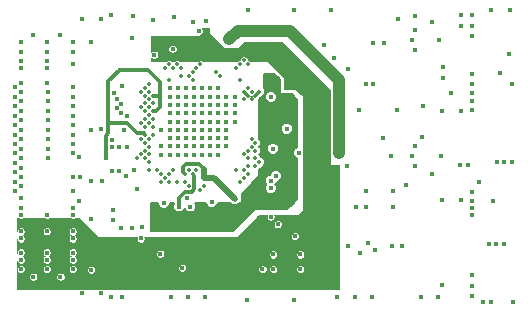
<source format=gbr>
G04 (created by PCBNEW (2013-07-07 BZR 4022)-stable) date 19/11/2015 00:50:24*
%MOIN*%
G04 Gerber Fmt 3.4, Leading zero omitted, Abs format*
%FSLAX34Y34*%
G01*
G70*
G90*
G04 APERTURE LIST*
%ADD10C,0.00590551*%
%ADD11C,0.015748*%
%ADD12C,0.0137795*%
%ADD13C,0.015748*%
%ADD14C,0.0393701*%
%ADD15C,0.019685*%
%ADD16C,0.011811*%
%ADD17C,0.00393701*%
%ADD18C,0.00787402*%
G04 APERTURE END LIST*
G54D10*
G54D11*
X69625Y-48818D03*
X68582Y-48681D03*
X67874Y-48779D03*
X69212Y-48858D03*
X71830Y-50669D03*
X71929Y-52165D03*
X71023Y-55196D03*
X71712Y-52027D03*
X72529Y-53759D03*
X68110Y-55629D03*
X67893Y-55629D03*
X70413Y-49409D03*
X74074Y-53208D03*
X63464Y-55511D03*
X64330Y-55511D03*
X65196Y-55511D03*
X68405Y-56240D03*
X73759Y-53897D03*
X71791Y-55984D03*
X73759Y-56062D03*
X68838Y-56240D03*
X69625Y-49153D03*
X71417Y-55374D03*
X67913Y-49724D03*
X72401Y-50964D03*
X73129Y-52814D03*
X75826Y-56299D03*
X78503Y-50570D03*
X78366Y-53602D03*
X77165Y-53917D03*
X76870Y-51653D03*
X77165Y-48838D03*
X65196Y-55826D03*
X64330Y-55826D03*
X63464Y-55826D03*
G54D12*
X70890Y-53264D03*
X69580Y-54313D03*
X70629Y-53789D03*
X68662Y-50249D03*
X67745Y-52216D03*
G54D11*
X63267Y-53858D03*
X63464Y-51496D03*
G54D12*
X67614Y-51036D03*
G54D11*
X63267Y-51338D03*
G54D12*
X67745Y-51167D03*
G54D11*
X63267Y-51023D03*
G54D12*
X67744Y-51691D03*
G54D11*
X63464Y-52125D03*
G54D12*
X67481Y-51691D03*
G54D11*
X65196Y-51023D03*
X66850Y-50984D03*
G54D12*
X67614Y-51298D03*
G54D11*
X63267Y-51653D03*
X63464Y-51811D03*
G54D12*
X67745Y-51429D03*
G54D11*
X63464Y-51181D03*
G54D12*
X67876Y-51560D03*
G54D11*
X66574Y-51200D03*
X64370Y-51181D03*
X65196Y-51338D03*
X66653Y-51417D03*
G54D12*
X67614Y-51560D03*
G54D11*
X63267Y-51968D03*
X66811Y-51574D03*
X64370Y-51496D03*
X63267Y-53228D03*
G54D12*
X67745Y-53527D03*
G54D11*
X64370Y-53385D03*
G54D12*
X67614Y-53396D03*
G54D11*
X63267Y-52283D03*
G54D12*
X67745Y-52740D03*
G54D11*
X63464Y-52440D03*
G54D12*
X67483Y-52740D03*
X67744Y-53264D03*
G54D11*
X63464Y-53385D03*
G54D12*
X67481Y-53264D03*
G54D11*
X65196Y-53228D03*
X63267Y-52913D03*
G54D12*
X67614Y-53133D03*
G54D11*
X63464Y-53070D03*
X66751Y-53799D03*
X63464Y-52755D03*
G54D12*
X67745Y-53002D03*
G54D11*
X66988Y-53031D03*
X64370Y-53070D03*
X63267Y-52598D03*
G54D12*
X67614Y-52871D03*
G54D11*
X65196Y-52913D03*
X66751Y-53031D03*
X66988Y-51988D03*
X65196Y-51968D03*
X66515Y-52795D03*
X65196Y-52598D03*
X66811Y-51889D03*
X64370Y-51811D03*
X64370Y-52440D03*
G54D12*
X67876Y-52609D03*
G54D11*
X63464Y-54330D03*
X67500Y-55688D03*
X65393Y-54803D03*
X67165Y-55728D03*
X66811Y-55728D03*
X63267Y-54488D03*
X63267Y-54173D03*
X66535Y-55118D03*
X75039Y-56220D03*
X75255Y-56437D03*
X76181Y-56299D03*
X74763Y-56555D03*
X78503Y-51771D03*
X78503Y-51220D03*
X78503Y-51496D03*
X78503Y-50925D03*
X78720Y-54192D03*
X78090Y-53602D03*
X78503Y-54527D03*
X76003Y-51791D03*
X73562Y-49625D03*
X73917Y-50059D03*
X74370Y-50413D03*
X75570Y-49547D03*
X75216Y-49547D03*
X76023Y-48759D03*
X71515Y-57086D03*
X71870Y-57086D03*
X72775Y-57086D03*
X71870Y-56594D03*
X72775Y-56594D03*
X74960Y-54488D03*
X75885Y-54488D03*
X75885Y-55000D03*
X74960Y-55000D03*
X74625Y-55000D03*
X64783Y-57342D03*
X64330Y-50866D03*
X63877Y-57342D03*
X63464Y-56062D03*
X65196Y-55275D03*
X65196Y-56535D03*
X64330Y-56535D03*
X63464Y-56535D03*
X63464Y-57086D03*
X63464Y-56771D03*
X64330Y-57086D03*
X64330Y-56771D03*
X65196Y-56771D03*
X65196Y-57086D03*
X65196Y-56062D03*
X65196Y-55039D03*
X63464Y-55275D03*
X63464Y-55039D03*
X63464Y-54724D03*
X63464Y-50866D03*
X64330Y-50393D03*
X63464Y-50393D03*
X64783Y-49271D03*
X63877Y-49271D03*
X64330Y-50157D03*
X63464Y-50157D03*
X65196Y-49842D03*
X63464Y-49842D03*
X64330Y-49842D03*
X63464Y-49527D03*
X64330Y-49527D03*
X65196Y-49527D03*
X67460Y-56062D03*
X66141Y-52421D03*
X71791Y-55334D03*
X66122Y-57874D03*
X65492Y-57874D03*
X66830Y-58011D03*
X66456Y-58011D03*
X69606Y-58011D03*
X68464Y-58011D03*
X69035Y-58011D03*
X72578Y-58129D03*
X71003Y-58129D03*
X75157Y-58011D03*
X74015Y-58011D03*
X74586Y-58011D03*
X77500Y-57598D03*
X76791Y-58011D03*
X77362Y-58011D03*
X77500Y-54783D03*
X78129Y-54783D03*
X77814Y-51200D03*
X78129Y-51830D03*
X77500Y-51830D03*
X78129Y-48976D03*
X78129Y-48622D03*
X73818Y-48464D03*
X72578Y-48464D03*
X71043Y-48464D03*
X66456Y-48602D03*
X65492Y-48740D03*
X66122Y-48740D03*
X78503Y-49330D03*
X78503Y-48622D03*
X79133Y-48444D03*
X79763Y-48444D03*
X78503Y-48976D03*
X79330Y-53503D03*
X79842Y-50905D03*
X79448Y-50551D03*
X79192Y-54803D03*
X78503Y-54803D03*
X78503Y-55295D03*
X78503Y-55039D03*
X79566Y-56259D03*
X78503Y-57283D03*
X78503Y-57992D03*
X79881Y-58188D03*
X78858Y-58188D03*
X79133Y-58188D03*
X78503Y-57637D03*
X68838Y-57047D03*
X72598Y-55984D03*
X77539Y-50708D03*
X76850Y-52696D03*
X76318Y-54291D03*
X75807Y-53307D03*
X76614Y-52972D03*
X76614Y-53641D03*
X76515Y-53307D03*
X77539Y-50354D03*
X76614Y-49783D03*
X76614Y-48641D03*
X76515Y-49448D03*
X76614Y-49114D03*
X66535Y-55433D03*
X65807Y-49507D03*
X65807Y-57106D03*
X65807Y-55413D03*
X65807Y-54153D03*
X65807Y-52460D03*
X66515Y-53799D03*
X66181Y-54153D03*
X74350Y-53641D03*
X74360Y-56328D03*
X75531Y-52716D03*
X74980Y-50925D03*
X74724Y-51791D03*
X75216Y-50925D03*
X67185Y-49389D03*
X69389Y-49153D03*
X68523Y-49744D03*
X67204Y-48661D03*
G54D12*
X69974Y-50511D03*
G54D11*
X69763Y-51062D03*
X69763Y-51338D03*
X69488Y-51338D03*
X70039Y-51062D03*
X70314Y-51614D03*
X70314Y-52165D03*
X70039Y-52716D03*
X70314Y-52992D03*
X70039Y-52992D03*
X69763Y-52992D03*
X69232Y-52992D03*
X68700Y-52992D03*
X68149Y-52992D03*
X68700Y-52165D03*
X68425Y-51062D03*
X68700Y-51614D03*
X68700Y-51338D03*
X68700Y-51062D03*
X69232Y-51062D03*
X68956Y-51062D03*
X69488Y-51062D03*
X68956Y-51338D03*
X69232Y-51338D03*
X68425Y-51338D03*
X70039Y-51338D03*
X70314Y-51338D03*
X70590Y-51338D03*
X70590Y-51614D03*
X70039Y-51614D03*
X69763Y-51614D03*
X68425Y-51614D03*
X69232Y-51614D03*
X68956Y-51614D03*
X69488Y-51614D03*
X69488Y-52165D03*
X68956Y-52165D03*
X69232Y-52165D03*
X68425Y-52165D03*
X69763Y-52165D03*
X70039Y-52165D03*
X70590Y-52165D03*
X70590Y-51889D03*
X70314Y-51889D03*
X70039Y-51889D03*
X69763Y-51889D03*
X68425Y-51889D03*
X68700Y-51889D03*
X69232Y-51889D03*
X68956Y-51889D03*
X69488Y-51889D03*
X69488Y-52992D03*
X68956Y-52992D03*
X68425Y-52992D03*
X70039Y-53267D03*
X69763Y-53267D03*
X68149Y-53267D03*
X68425Y-53267D03*
X68700Y-53267D03*
X69232Y-53267D03*
X68956Y-53267D03*
X69488Y-53267D03*
X69488Y-52716D03*
X68956Y-52716D03*
X69232Y-52716D03*
X68700Y-52716D03*
X68425Y-52716D03*
X69763Y-52716D03*
X70314Y-52716D03*
X70314Y-52440D03*
X70039Y-52440D03*
X69763Y-52440D03*
X68149Y-52440D03*
X68425Y-52440D03*
X68700Y-52440D03*
X69232Y-52440D03*
X68956Y-52440D03*
X69488Y-52440D03*
X72322Y-52401D03*
X71811Y-51338D03*
G54D12*
X70760Y-54182D03*
G54D11*
X71791Y-54133D03*
G54D12*
X70891Y-53789D03*
G54D11*
X68228Y-54881D03*
G54D12*
X68662Y-54182D03*
X69056Y-54313D03*
G54D11*
X71968Y-53976D03*
X69015Y-54724D03*
X69114Y-55000D03*
X69822Y-54842D03*
X71870Y-53070D03*
G54D12*
X71416Y-53527D03*
X71285Y-53133D03*
X71285Y-52871D03*
X70760Y-50774D03*
X70105Y-50642D03*
X69187Y-50774D03*
X69056Y-50642D03*
X68792Y-50380D03*
X68400Y-50249D03*
G54D11*
X67913Y-49940D03*
G54D12*
X68400Y-53920D03*
X67351Y-53396D03*
X67483Y-51167D03*
X67614Y-51822D03*
X67876Y-52085D03*
G54D11*
X67224Y-53779D03*
G54D12*
X67745Y-51953D03*
G54D11*
X64330Y-55275D03*
X77401Y-49448D03*
X65196Y-54015D03*
X77460Y-53307D03*
X65452Y-54015D03*
X63464Y-53700D03*
X66653Y-51712D03*
X65196Y-51653D03*
X66515Y-53031D03*
X64370Y-52755D03*
G54D12*
X71022Y-50249D03*
G54D11*
X79724Y-49921D03*
G54D12*
X70760Y-50249D03*
X70628Y-50380D03*
X70891Y-50118D03*
X69187Y-50511D03*
X71153Y-51429D03*
X69449Y-54444D03*
X69317Y-50380D03*
X69449Y-50249D03*
X68268Y-50380D03*
X68794Y-50642D03*
G54D11*
X70590Y-54744D03*
G54D12*
X68925Y-53920D03*
X69579Y-54051D03*
X68925Y-54182D03*
G54D11*
X72027Y-55590D03*
G54D12*
X71416Y-51167D03*
X70891Y-51167D03*
X68400Y-50774D03*
X70890Y-54051D03*
X69187Y-53920D03*
G54D11*
X68740Y-55000D03*
X68110Y-56574D03*
G54D12*
X69056Y-53789D03*
G54D11*
X66889Y-52460D03*
X66968Y-53996D03*
G54D12*
X67744Y-50905D03*
X67614Y-52085D03*
X71153Y-51167D03*
X70891Y-51429D03*
X71022Y-51036D03*
X71022Y-53658D03*
X68531Y-53789D03*
X68400Y-54182D03*
X67614Y-52609D03*
G54D11*
X66299Y-53366D03*
X66771Y-50433D03*
G54D12*
X67876Y-51298D03*
X67876Y-51822D03*
X71153Y-52740D03*
X71022Y-53396D03*
X71285Y-53658D03*
X71153Y-53002D03*
X71285Y-53396D03*
G54D11*
X72736Y-53208D03*
G54D12*
X71022Y-53133D03*
X68007Y-53789D03*
X67745Y-53789D03*
G54D11*
X79822Y-53503D03*
G54D12*
X68268Y-54051D03*
G54D11*
X79055Y-56259D03*
X79566Y-53503D03*
G54D12*
X68138Y-54182D03*
G54D11*
X79311Y-56259D03*
X71791Y-54389D03*
G54D12*
X69318Y-53789D03*
G54D11*
X63464Y-54015D03*
G54D12*
X68138Y-53920D03*
X68530Y-50380D03*
G54D11*
X65196Y-50236D03*
X65413Y-53346D03*
G54D12*
X67483Y-52216D03*
G54D11*
X64370Y-52125D03*
G54D12*
X67614Y-52347D03*
G54D11*
X65196Y-52283D03*
X65196Y-54488D03*
G54D12*
X71022Y-53920D03*
G54D11*
X63267Y-53543D03*
X67342Y-54409D03*
G54D12*
X67876Y-52347D03*
G54D13*
X71929Y-52500D02*
X71929Y-51633D01*
X71830Y-51023D02*
X71830Y-50669D01*
X72047Y-51240D02*
X71830Y-51023D01*
X72047Y-51515D02*
X72047Y-51240D01*
X71929Y-51633D02*
X72047Y-51515D01*
G54D14*
X67992Y-55629D02*
X68110Y-55629D01*
G54D13*
X71830Y-50964D02*
X71830Y-50669D01*
X72529Y-53759D02*
X72529Y-53356D01*
X71929Y-52755D02*
X71929Y-52500D01*
X71929Y-52500D02*
X71929Y-52165D01*
X72529Y-53356D02*
X71929Y-52755D01*
X71023Y-55196D02*
X71338Y-54881D01*
X72529Y-54498D02*
X72529Y-53759D01*
X72145Y-54881D02*
X72529Y-54498D01*
X71338Y-54881D02*
X72145Y-54881D01*
G54D15*
X71023Y-55196D02*
X70590Y-55196D01*
G54D14*
X70590Y-55196D02*
X70157Y-55629D01*
X70157Y-55629D02*
X68110Y-55629D01*
X70688Y-49133D02*
X70413Y-49409D01*
X74074Y-50787D02*
X74074Y-53208D01*
X72421Y-49133D02*
X74074Y-50787D01*
X70688Y-49133D02*
X72421Y-49133D01*
G54D13*
X68011Y-56240D02*
X68405Y-56240D01*
X68011Y-56240D02*
X67913Y-56338D01*
X67913Y-56338D02*
X66220Y-56338D01*
X66220Y-56338D02*
X66122Y-56240D01*
X65393Y-55511D02*
X65196Y-55511D01*
X66122Y-56240D02*
X65393Y-55511D01*
X68838Y-56240D02*
X68405Y-56240D01*
X73129Y-52814D02*
X73129Y-53267D01*
X73129Y-53267D02*
X73759Y-53897D01*
X73759Y-56062D02*
X73759Y-53897D01*
X71791Y-55984D02*
X71791Y-56259D01*
X73759Y-56062D02*
X73562Y-56259D01*
X73562Y-56259D02*
X71791Y-56259D01*
X71791Y-56259D02*
X69035Y-56259D01*
X69035Y-56259D02*
X68858Y-56259D01*
X68858Y-56259D02*
X68838Y-56240D01*
X73129Y-52814D02*
X73129Y-52677D01*
X72972Y-52519D02*
X72972Y-51240D01*
X73129Y-52677D02*
X72972Y-52519D01*
X69625Y-49153D02*
X69625Y-49271D01*
X69625Y-49271D02*
X69429Y-49468D01*
X70472Y-49862D02*
X69822Y-49862D01*
X68169Y-49468D02*
X67913Y-49724D01*
X69429Y-49468D02*
X68169Y-49468D01*
X69822Y-49862D02*
X69429Y-49468D01*
X72401Y-50964D02*
X72401Y-50511D01*
X71751Y-49862D02*
X70472Y-49862D01*
X70472Y-49862D02*
X70118Y-49862D01*
X72401Y-50511D02*
X71751Y-49862D01*
X72696Y-50964D02*
X72401Y-50964D01*
X72972Y-51240D02*
X72696Y-50964D01*
G54D16*
X68956Y-53582D02*
X69409Y-53582D01*
X68858Y-53681D02*
X68956Y-53582D01*
X68858Y-53858D02*
X68858Y-53681D01*
X68925Y-53920D02*
X68920Y-53920D01*
G54D15*
X69579Y-53752D02*
X69579Y-54051D01*
G54D16*
X69409Y-53582D02*
X69579Y-53752D01*
X68920Y-53920D02*
X68858Y-53858D01*
G54D15*
X69579Y-54051D02*
X69898Y-54051D01*
X69898Y-54051D02*
X70590Y-54744D01*
G54D16*
X70891Y-51167D02*
X71023Y-51299D01*
X71284Y-51299D02*
X71416Y-51167D01*
G54D17*
X71023Y-51299D02*
X71284Y-51299D01*
G54D16*
X68740Y-55000D02*
X68740Y-54704D01*
X69251Y-53985D02*
X69187Y-53920D01*
X69251Y-54409D02*
X69251Y-53985D01*
X69153Y-54507D02*
X69251Y-54409D01*
X68937Y-54507D02*
X69153Y-54507D01*
X68740Y-54704D02*
X68937Y-54507D01*
X66614Y-52224D02*
X66377Y-52224D01*
X67614Y-52609D02*
X67563Y-52559D01*
X67007Y-52224D02*
X66614Y-52224D01*
X67342Y-52559D02*
X67007Y-52224D01*
X67563Y-52559D02*
X67342Y-52559D01*
X66377Y-52224D02*
X66377Y-52204D01*
X66377Y-51732D02*
X66377Y-52204D01*
X66377Y-52204D02*
X66377Y-52559D01*
X66299Y-53366D02*
X66299Y-52637D01*
X66377Y-52559D02*
X66299Y-52637D01*
X66377Y-51318D02*
X66377Y-51496D01*
X66377Y-51496D02*
X66377Y-51732D01*
X66377Y-51732D02*
X66377Y-51968D01*
X66368Y-51978D02*
X66377Y-51968D01*
X66771Y-50433D02*
X67696Y-50433D01*
X67696Y-50433D02*
X68110Y-50846D01*
X66377Y-51318D02*
X66377Y-50826D01*
X66377Y-50826D02*
X66771Y-50433D01*
X66377Y-51023D02*
X66377Y-51318D01*
X68110Y-51299D02*
X68110Y-50846D01*
X67876Y-51298D02*
X68110Y-51298D01*
X68110Y-51298D02*
X68110Y-51299D01*
X68110Y-51673D02*
X68110Y-51299D01*
X67960Y-51822D02*
X68110Y-51673D01*
X67876Y-51822D02*
X67960Y-51822D01*
G54D10*
G36*
X74074Y-57736D02*
X72913Y-57736D01*
X72913Y-57059D01*
X72913Y-56567D01*
X72892Y-56516D01*
X72853Y-56477D01*
X72803Y-56456D01*
X72748Y-56456D01*
X72736Y-56461D01*
X72736Y-55956D01*
X72715Y-55906D01*
X72676Y-55867D01*
X72625Y-55846D01*
X72571Y-55846D01*
X72520Y-55867D01*
X72481Y-55906D01*
X72460Y-55956D01*
X72460Y-56011D01*
X72481Y-56062D01*
X72520Y-56101D01*
X72570Y-56122D01*
X72625Y-56122D01*
X72676Y-56101D01*
X72715Y-56062D01*
X72736Y-56011D01*
X72736Y-55956D01*
X72736Y-56461D01*
X72697Y-56477D01*
X72658Y-56516D01*
X72637Y-56566D01*
X72637Y-56621D01*
X72658Y-56672D01*
X72697Y-56711D01*
X72748Y-56732D01*
X72802Y-56732D01*
X72853Y-56711D01*
X72892Y-56672D01*
X72913Y-56622D01*
X72913Y-56567D01*
X72913Y-57059D01*
X72892Y-57008D01*
X72853Y-56969D01*
X72803Y-56948D01*
X72748Y-56948D01*
X72697Y-56969D01*
X72658Y-57008D01*
X72637Y-57059D01*
X72637Y-57113D01*
X72658Y-57164D01*
X72697Y-57203D01*
X72748Y-57224D01*
X72802Y-57224D01*
X72853Y-57203D01*
X72892Y-57164D01*
X72913Y-57114D01*
X72913Y-57059D01*
X72913Y-57736D01*
X72165Y-57736D01*
X72165Y-55563D01*
X72144Y-55512D01*
X72105Y-55473D01*
X72055Y-55452D01*
X72000Y-55452D01*
X71949Y-55473D01*
X71910Y-55512D01*
X71889Y-55563D01*
X71889Y-55617D01*
X71910Y-55668D01*
X71949Y-55707D01*
X72000Y-55728D01*
X72054Y-55728D01*
X72105Y-55707D01*
X72144Y-55668D01*
X72165Y-55618D01*
X72165Y-55563D01*
X72165Y-57736D01*
X72007Y-57736D01*
X72007Y-57059D01*
X72007Y-56567D01*
X71986Y-56516D01*
X71948Y-56477D01*
X71897Y-56456D01*
X71842Y-56456D01*
X71792Y-56477D01*
X71753Y-56516D01*
X71732Y-56566D01*
X71732Y-56621D01*
X71753Y-56672D01*
X71791Y-56711D01*
X71842Y-56732D01*
X71897Y-56732D01*
X71948Y-56711D01*
X71986Y-56672D01*
X72007Y-56622D01*
X72007Y-56567D01*
X72007Y-57059D01*
X71986Y-57008D01*
X71948Y-56969D01*
X71897Y-56948D01*
X71842Y-56948D01*
X71792Y-56969D01*
X71753Y-57008D01*
X71732Y-57059D01*
X71732Y-57113D01*
X71753Y-57164D01*
X71791Y-57203D01*
X71842Y-57224D01*
X71897Y-57224D01*
X71948Y-57203D01*
X71986Y-57164D01*
X72007Y-57114D01*
X72007Y-57059D01*
X72007Y-57736D01*
X71653Y-57736D01*
X71653Y-57059D01*
X71632Y-57008D01*
X71593Y-56969D01*
X71543Y-56948D01*
X71488Y-56948D01*
X71437Y-56969D01*
X71398Y-57008D01*
X71377Y-57059D01*
X71377Y-57113D01*
X71398Y-57164D01*
X71437Y-57203D01*
X71488Y-57224D01*
X71543Y-57224D01*
X71593Y-57203D01*
X71632Y-57164D01*
X71653Y-57114D01*
X71653Y-57059D01*
X71653Y-57736D01*
X68976Y-57736D01*
X68976Y-57019D01*
X68955Y-56969D01*
X68916Y-56930D01*
X68866Y-56909D01*
X68811Y-56909D01*
X68760Y-56930D01*
X68721Y-56969D01*
X68700Y-57019D01*
X68700Y-57074D01*
X68721Y-57125D01*
X68760Y-57163D01*
X68811Y-57185D01*
X68865Y-57185D01*
X68916Y-57164D01*
X68955Y-57125D01*
X68976Y-57074D01*
X68976Y-57019D01*
X68976Y-57736D01*
X68248Y-57736D01*
X68248Y-56547D01*
X68227Y-56496D01*
X68188Y-56458D01*
X68137Y-56437D01*
X68082Y-56436D01*
X68032Y-56457D01*
X67993Y-56496D01*
X67972Y-56547D01*
X67972Y-56602D01*
X67993Y-56652D01*
X68032Y-56691D01*
X68082Y-56712D01*
X68137Y-56712D01*
X68188Y-56691D01*
X68226Y-56652D01*
X68248Y-56602D01*
X68248Y-56547D01*
X68248Y-57736D01*
X66122Y-57736D01*
X66094Y-57736D01*
X66094Y-57736D01*
X65944Y-57736D01*
X65944Y-57079D01*
X65923Y-57028D01*
X65885Y-56989D01*
X65834Y-56968D01*
X65779Y-56968D01*
X65729Y-56989D01*
X65690Y-57028D01*
X65669Y-57078D01*
X65669Y-57133D01*
X65690Y-57184D01*
X65728Y-57223D01*
X65779Y-57244D01*
X65834Y-57244D01*
X65885Y-57223D01*
X65923Y-57184D01*
X65944Y-57133D01*
X65944Y-57079D01*
X65944Y-57736D01*
X65492Y-57736D01*
X65464Y-57736D01*
X65464Y-57736D01*
X65334Y-57736D01*
X65334Y-57059D01*
X65334Y-56744D01*
X65313Y-56693D01*
X65275Y-56654D01*
X65271Y-56653D01*
X65274Y-56652D01*
X65313Y-56613D01*
X65334Y-56562D01*
X65334Y-56508D01*
X65334Y-56035D01*
X65313Y-55985D01*
X65275Y-55946D01*
X65271Y-55944D01*
X65274Y-55943D01*
X65313Y-55904D01*
X65334Y-55854D01*
X65334Y-55799D01*
X65313Y-55748D01*
X65275Y-55710D01*
X65224Y-55689D01*
X65169Y-55688D01*
X65118Y-55709D01*
X65080Y-55748D01*
X65059Y-55799D01*
X65059Y-55854D01*
X65079Y-55904D01*
X65118Y-55943D01*
X65121Y-55944D01*
X65118Y-55946D01*
X65080Y-55984D01*
X65059Y-56035D01*
X65059Y-56090D01*
X65079Y-56140D01*
X65118Y-56179D01*
X65169Y-56200D01*
X65224Y-56200D01*
X65274Y-56179D01*
X65313Y-56141D01*
X65334Y-56090D01*
X65334Y-56035D01*
X65334Y-56508D01*
X65313Y-56457D01*
X65275Y-56418D01*
X65224Y-56397D01*
X65169Y-56397D01*
X65118Y-56418D01*
X65080Y-56457D01*
X65059Y-56507D01*
X65059Y-56562D01*
X65079Y-56613D01*
X65118Y-56652D01*
X65121Y-56653D01*
X65118Y-56654D01*
X65080Y-56693D01*
X65059Y-56744D01*
X65059Y-56798D01*
X65079Y-56849D01*
X65118Y-56888D01*
X65169Y-56909D01*
X65224Y-56909D01*
X65274Y-56888D01*
X65313Y-56849D01*
X65334Y-56799D01*
X65334Y-56744D01*
X65334Y-57059D01*
X65313Y-57008D01*
X65275Y-56969D01*
X65224Y-56948D01*
X65169Y-56948D01*
X65118Y-56969D01*
X65080Y-57008D01*
X65059Y-57059D01*
X65059Y-57113D01*
X65079Y-57164D01*
X65118Y-57203D01*
X65169Y-57224D01*
X65224Y-57224D01*
X65274Y-57203D01*
X65313Y-57164D01*
X65334Y-57114D01*
X65334Y-57059D01*
X65334Y-57736D01*
X64921Y-57736D01*
X64921Y-57315D01*
X64900Y-57264D01*
X64861Y-57225D01*
X64810Y-57204D01*
X64756Y-57204D01*
X64705Y-57225D01*
X64666Y-57264D01*
X64645Y-57314D01*
X64645Y-57369D01*
X64666Y-57420D01*
X64705Y-57459D01*
X64755Y-57480D01*
X64810Y-57480D01*
X64861Y-57459D01*
X64900Y-57420D01*
X64921Y-57370D01*
X64921Y-57315D01*
X64921Y-57736D01*
X64468Y-57736D01*
X64468Y-57059D01*
X64468Y-56744D01*
X64447Y-56693D01*
X64408Y-56654D01*
X64405Y-56653D01*
X64408Y-56652D01*
X64447Y-56613D01*
X64468Y-56562D01*
X64468Y-56508D01*
X64468Y-55799D01*
X64447Y-55748D01*
X64408Y-55710D01*
X64358Y-55689D01*
X64303Y-55688D01*
X64252Y-55709D01*
X64213Y-55748D01*
X64192Y-55799D01*
X64192Y-55854D01*
X64213Y-55904D01*
X64252Y-55943D01*
X64303Y-55964D01*
X64357Y-55964D01*
X64408Y-55943D01*
X64447Y-55904D01*
X64468Y-55854D01*
X64468Y-55799D01*
X64468Y-56508D01*
X64447Y-56457D01*
X64408Y-56418D01*
X64358Y-56397D01*
X64303Y-56397D01*
X64252Y-56418D01*
X64213Y-56457D01*
X64192Y-56507D01*
X64192Y-56562D01*
X64213Y-56613D01*
X64252Y-56652D01*
X64255Y-56653D01*
X64252Y-56654D01*
X64213Y-56693D01*
X64192Y-56744D01*
X64192Y-56798D01*
X64213Y-56849D01*
X64252Y-56888D01*
X64303Y-56909D01*
X64357Y-56909D01*
X64408Y-56888D01*
X64447Y-56849D01*
X64468Y-56799D01*
X64468Y-56744D01*
X64468Y-57059D01*
X64447Y-57008D01*
X64408Y-56969D01*
X64358Y-56948D01*
X64303Y-56948D01*
X64252Y-56969D01*
X64213Y-57008D01*
X64192Y-57059D01*
X64192Y-57113D01*
X64213Y-57164D01*
X64252Y-57203D01*
X64303Y-57224D01*
X64357Y-57224D01*
X64408Y-57203D01*
X64447Y-57164D01*
X64468Y-57114D01*
X64468Y-57059D01*
X64468Y-57736D01*
X64015Y-57736D01*
X64015Y-57315D01*
X63994Y-57264D01*
X63956Y-57225D01*
X63905Y-57204D01*
X63850Y-57204D01*
X63800Y-57225D01*
X63761Y-57264D01*
X63740Y-57314D01*
X63740Y-57369D01*
X63761Y-57420D01*
X63799Y-57459D01*
X63850Y-57480D01*
X63905Y-57480D01*
X63955Y-57459D01*
X63994Y-57420D01*
X64015Y-57370D01*
X64015Y-57315D01*
X64015Y-57736D01*
X63326Y-57736D01*
X63326Y-57113D01*
X63347Y-57164D01*
X63386Y-57203D01*
X63437Y-57224D01*
X63491Y-57224D01*
X63542Y-57203D01*
X63581Y-57164D01*
X63602Y-57114D01*
X63602Y-57059D01*
X63581Y-57008D01*
X63542Y-56969D01*
X63492Y-56948D01*
X63437Y-56948D01*
X63386Y-56969D01*
X63347Y-57008D01*
X63326Y-57059D01*
X63326Y-57086D01*
X63326Y-56799D01*
X63347Y-56849D01*
X63386Y-56888D01*
X63437Y-56909D01*
X63491Y-56909D01*
X63542Y-56888D01*
X63581Y-56849D01*
X63602Y-56799D01*
X63602Y-56744D01*
X63581Y-56693D01*
X63542Y-56654D01*
X63539Y-56653D01*
X63542Y-56652D01*
X63581Y-56613D01*
X63602Y-56562D01*
X63602Y-56508D01*
X63581Y-56457D01*
X63542Y-56418D01*
X63492Y-56397D01*
X63437Y-56397D01*
X63386Y-56418D01*
X63347Y-56457D01*
X63326Y-56507D01*
X63326Y-56535D01*
X63326Y-56090D01*
X63347Y-56140D01*
X63386Y-56179D01*
X63437Y-56200D01*
X63491Y-56200D01*
X63542Y-56179D01*
X63581Y-56141D01*
X63602Y-56090D01*
X63602Y-56035D01*
X63581Y-55985D01*
X63542Y-55946D01*
X63539Y-55944D01*
X63542Y-55943D01*
X63581Y-55904D01*
X63602Y-55854D01*
X63602Y-55799D01*
X63581Y-55748D01*
X63542Y-55710D01*
X63492Y-55689D01*
X63437Y-55688D01*
X63386Y-55709D01*
X63347Y-55748D01*
X63326Y-55799D01*
X63326Y-55826D01*
X63326Y-55374D01*
X63368Y-55374D01*
X63386Y-55392D01*
X63437Y-55413D01*
X63491Y-55413D01*
X63542Y-55392D01*
X63561Y-55374D01*
X64234Y-55374D01*
X64252Y-55392D01*
X64303Y-55413D01*
X64357Y-55413D01*
X64408Y-55392D01*
X64427Y-55374D01*
X65100Y-55374D01*
X65118Y-55392D01*
X65169Y-55413D01*
X65224Y-55413D01*
X65274Y-55392D01*
X65293Y-55374D01*
X65405Y-55374D01*
X66035Y-56003D01*
X67335Y-56003D01*
X67322Y-56035D01*
X67322Y-56090D01*
X67343Y-56140D01*
X67382Y-56179D01*
X67433Y-56200D01*
X67487Y-56200D01*
X67538Y-56179D01*
X67577Y-56141D01*
X67598Y-56090D01*
X67598Y-56035D01*
X67585Y-56003D01*
X70657Y-56003D01*
X71386Y-55275D01*
X71666Y-55275D01*
X71653Y-55307D01*
X71653Y-55361D01*
X71674Y-55412D01*
X71713Y-55451D01*
X71763Y-55472D01*
X71818Y-55472D01*
X71869Y-55451D01*
X71908Y-55412D01*
X71929Y-55362D01*
X71929Y-55307D01*
X71916Y-55275D01*
X72705Y-55275D01*
X72854Y-55126D01*
X72854Y-53283D01*
X72873Y-53236D01*
X72874Y-53181D01*
X72854Y-53133D01*
X72854Y-51330D01*
X72606Y-51082D01*
X72224Y-51082D01*
X72224Y-50700D01*
X71661Y-50137D01*
X71087Y-50137D01*
X71048Y-50121D01*
X71019Y-50121D01*
X71019Y-50093D01*
X71000Y-50046D01*
X70964Y-50010D01*
X70917Y-49990D01*
X70866Y-49990D01*
X70819Y-50009D01*
X70783Y-50045D01*
X70763Y-50092D01*
X70763Y-50121D01*
X70735Y-50121D01*
X70696Y-50137D01*
X69513Y-50137D01*
X69475Y-50121D01*
X69424Y-50121D01*
X69385Y-50137D01*
X68727Y-50137D01*
X68688Y-50121D01*
X68661Y-50121D01*
X68661Y-49716D01*
X68640Y-49666D01*
X68601Y-49627D01*
X68551Y-49606D01*
X68496Y-49606D01*
X68445Y-49627D01*
X68406Y-49665D01*
X68385Y-49716D01*
X68385Y-49771D01*
X68406Y-49822D01*
X68445Y-49860D01*
X68496Y-49881D01*
X68550Y-49881D01*
X68601Y-49860D01*
X68640Y-49822D01*
X68661Y-49771D01*
X68661Y-49716D01*
X68661Y-50121D01*
X68637Y-50121D01*
X68598Y-50137D01*
X68465Y-50137D01*
X68426Y-50121D01*
X68375Y-50121D01*
X68336Y-50137D01*
X67814Y-50137D01*
X67814Y-50037D01*
X67835Y-50057D01*
X67885Y-50078D01*
X67940Y-50078D01*
X67991Y-50057D01*
X68030Y-50019D01*
X68051Y-49968D01*
X68051Y-49913D01*
X68030Y-49862D01*
X67991Y-49824D01*
X67940Y-49803D01*
X67886Y-49803D01*
X67835Y-49824D01*
X67814Y-49844D01*
X67814Y-49311D01*
X69417Y-49311D01*
X69451Y-49277D01*
X69467Y-49270D01*
X69506Y-49231D01*
X69527Y-49181D01*
X69527Y-49126D01*
X69507Y-49078D01*
X69507Y-49035D01*
X69744Y-49035D01*
X69744Y-49220D01*
X70228Y-49704D01*
X70716Y-49704D01*
X70913Y-49507D01*
X72157Y-49507D01*
X73759Y-51110D01*
X73759Y-53602D01*
X74074Y-53602D01*
X74074Y-57736D01*
X74074Y-57736D01*
G37*
G54D17*
X74074Y-57736D02*
X72913Y-57736D01*
X72913Y-57059D01*
X72913Y-56567D01*
X72892Y-56516D01*
X72853Y-56477D01*
X72803Y-56456D01*
X72748Y-56456D01*
X72736Y-56461D01*
X72736Y-55956D01*
X72715Y-55906D01*
X72676Y-55867D01*
X72625Y-55846D01*
X72571Y-55846D01*
X72520Y-55867D01*
X72481Y-55906D01*
X72460Y-55956D01*
X72460Y-56011D01*
X72481Y-56062D01*
X72520Y-56101D01*
X72570Y-56122D01*
X72625Y-56122D01*
X72676Y-56101D01*
X72715Y-56062D01*
X72736Y-56011D01*
X72736Y-55956D01*
X72736Y-56461D01*
X72697Y-56477D01*
X72658Y-56516D01*
X72637Y-56566D01*
X72637Y-56621D01*
X72658Y-56672D01*
X72697Y-56711D01*
X72748Y-56732D01*
X72802Y-56732D01*
X72853Y-56711D01*
X72892Y-56672D01*
X72913Y-56622D01*
X72913Y-56567D01*
X72913Y-57059D01*
X72892Y-57008D01*
X72853Y-56969D01*
X72803Y-56948D01*
X72748Y-56948D01*
X72697Y-56969D01*
X72658Y-57008D01*
X72637Y-57059D01*
X72637Y-57113D01*
X72658Y-57164D01*
X72697Y-57203D01*
X72748Y-57224D01*
X72802Y-57224D01*
X72853Y-57203D01*
X72892Y-57164D01*
X72913Y-57114D01*
X72913Y-57059D01*
X72913Y-57736D01*
X72165Y-57736D01*
X72165Y-55563D01*
X72144Y-55512D01*
X72105Y-55473D01*
X72055Y-55452D01*
X72000Y-55452D01*
X71949Y-55473D01*
X71910Y-55512D01*
X71889Y-55563D01*
X71889Y-55617D01*
X71910Y-55668D01*
X71949Y-55707D01*
X72000Y-55728D01*
X72054Y-55728D01*
X72105Y-55707D01*
X72144Y-55668D01*
X72165Y-55618D01*
X72165Y-55563D01*
X72165Y-57736D01*
X72007Y-57736D01*
X72007Y-57059D01*
X72007Y-56567D01*
X71986Y-56516D01*
X71948Y-56477D01*
X71897Y-56456D01*
X71842Y-56456D01*
X71792Y-56477D01*
X71753Y-56516D01*
X71732Y-56566D01*
X71732Y-56621D01*
X71753Y-56672D01*
X71791Y-56711D01*
X71842Y-56732D01*
X71897Y-56732D01*
X71948Y-56711D01*
X71986Y-56672D01*
X72007Y-56622D01*
X72007Y-56567D01*
X72007Y-57059D01*
X71986Y-57008D01*
X71948Y-56969D01*
X71897Y-56948D01*
X71842Y-56948D01*
X71792Y-56969D01*
X71753Y-57008D01*
X71732Y-57059D01*
X71732Y-57113D01*
X71753Y-57164D01*
X71791Y-57203D01*
X71842Y-57224D01*
X71897Y-57224D01*
X71948Y-57203D01*
X71986Y-57164D01*
X72007Y-57114D01*
X72007Y-57059D01*
X72007Y-57736D01*
X71653Y-57736D01*
X71653Y-57059D01*
X71632Y-57008D01*
X71593Y-56969D01*
X71543Y-56948D01*
X71488Y-56948D01*
X71437Y-56969D01*
X71398Y-57008D01*
X71377Y-57059D01*
X71377Y-57113D01*
X71398Y-57164D01*
X71437Y-57203D01*
X71488Y-57224D01*
X71543Y-57224D01*
X71593Y-57203D01*
X71632Y-57164D01*
X71653Y-57114D01*
X71653Y-57059D01*
X71653Y-57736D01*
X68976Y-57736D01*
X68976Y-57019D01*
X68955Y-56969D01*
X68916Y-56930D01*
X68866Y-56909D01*
X68811Y-56909D01*
X68760Y-56930D01*
X68721Y-56969D01*
X68700Y-57019D01*
X68700Y-57074D01*
X68721Y-57125D01*
X68760Y-57163D01*
X68811Y-57185D01*
X68865Y-57185D01*
X68916Y-57164D01*
X68955Y-57125D01*
X68976Y-57074D01*
X68976Y-57019D01*
X68976Y-57736D01*
X68248Y-57736D01*
X68248Y-56547D01*
X68227Y-56496D01*
X68188Y-56458D01*
X68137Y-56437D01*
X68082Y-56436D01*
X68032Y-56457D01*
X67993Y-56496D01*
X67972Y-56547D01*
X67972Y-56602D01*
X67993Y-56652D01*
X68032Y-56691D01*
X68082Y-56712D01*
X68137Y-56712D01*
X68188Y-56691D01*
X68226Y-56652D01*
X68248Y-56602D01*
X68248Y-56547D01*
X68248Y-57736D01*
X66122Y-57736D01*
X66094Y-57736D01*
X66094Y-57736D01*
X65944Y-57736D01*
X65944Y-57079D01*
X65923Y-57028D01*
X65885Y-56989D01*
X65834Y-56968D01*
X65779Y-56968D01*
X65729Y-56989D01*
X65690Y-57028D01*
X65669Y-57078D01*
X65669Y-57133D01*
X65690Y-57184D01*
X65728Y-57223D01*
X65779Y-57244D01*
X65834Y-57244D01*
X65885Y-57223D01*
X65923Y-57184D01*
X65944Y-57133D01*
X65944Y-57079D01*
X65944Y-57736D01*
X65492Y-57736D01*
X65464Y-57736D01*
X65464Y-57736D01*
X65334Y-57736D01*
X65334Y-57059D01*
X65334Y-56744D01*
X65313Y-56693D01*
X65275Y-56654D01*
X65271Y-56653D01*
X65274Y-56652D01*
X65313Y-56613D01*
X65334Y-56562D01*
X65334Y-56508D01*
X65334Y-56035D01*
X65313Y-55985D01*
X65275Y-55946D01*
X65271Y-55944D01*
X65274Y-55943D01*
X65313Y-55904D01*
X65334Y-55854D01*
X65334Y-55799D01*
X65313Y-55748D01*
X65275Y-55710D01*
X65224Y-55689D01*
X65169Y-55688D01*
X65118Y-55709D01*
X65080Y-55748D01*
X65059Y-55799D01*
X65059Y-55854D01*
X65079Y-55904D01*
X65118Y-55943D01*
X65121Y-55944D01*
X65118Y-55946D01*
X65080Y-55984D01*
X65059Y-56035D01*
X65059Y-56090D01*
X65079Y-56140D01*
X65118Y-56179D01*
X65169Y-56200D01*
X65224Y-56200D01*
X65274Y-56179D01*
X65313Y-56141D01*
X65334Y-56090D01*
X65334Y-56035D01*
X65334Y-56508D01*
X65313Y-56457D01*
X65275Y-56418D01*
X65224Y-56397D01*
X65169Y-56397D01*
X65118Y-56418D01*
X65080Y-56457D01*
X65059Y-56507D01*
X65059Y-56562D01*
X65079Y-56613D01*
X65118Y-56652D01*
X65121Y-56653D01*
X65118Y-56654D01*
X65080Y-56693D01*
X65059Y-56744D01*
X65059Y-56798D01*
X65079Y-56849D01*
X65118Y-56888D01*
X65169Y-56909D01*
X65224Y-56909D01*
X65274Y-56888D01*
X65313Y-56849D01*
X65334Y-56799D01*
X65334Y-56744D01*
X65334Y-57059D01*
X65313Y-57008D01*
X65275Y-56969D01*
X65224Y-56948D01*
X65169Y-56948D01*
X65118Y-56969D01*
X65080Y-57008D01*
X65059Y-57059D01*
X65059Y-57113D01*
X65079Y-57164D01*
X65118Y-57203D01*
X65169Y-57224D01*
X65224Y-57224D01*
X65274Y-57203D01*
X65313Y-57164D01*
X65334Y-57114D01*
X65334Y-57059D01*
X65334Y-57736D01*
X64921Y-57736D01*
X64921Y-57315D01*
X64900Y-57264D01*
X64861Y-57225D01*
X64810Y-57204D01*
X64756Y-57204D01*
X64705Y-57225D01*
X64666Y-57264D01*
X64645Y-57314D01*
X64645Y-57369D01*
X64666Y-57420D01*
X64705Y-57459D01*
X64755Y-57480D01*
X64810Y-57480D01*
X64861Y-57459D01*
X64900Y-57420D01*
X64921Y-57370D01*
X64921Y-57315D01*
X64921Y-57736D01*
X64468Y-57736D01*
X64468Y-57059D01*
X64468Y-56744D01*
X64447Y-56693D01*
X64408Y-56654D01*
X64405Y-56653D01*
X64408Y-56652D01*
X64447Y-56613D01*
X64468Y-56562D01*
X64468Y-56508D01*
X64468Y-55799D01*
X64447Y-55748D01*
X64408Y-55710D01*
X64358Y-55689D01*
X64303Y-55688D01*
X64252Y-55709D01*
X64213Y-55748D01*
X64192Y-55799D01*
X64192Y-55854D01*
X64213Y-55904D01*
X64252Y-55943D01*
X64303Y-55964D01*
X64357Y-55964D01*
X64408Y-55943D01*
X64447Y-55904D01*
X64468Y-55854D01*
X64468Y-55799D01*
X64468Y-56508D01*
X64447Y-56457D01*
X64408Y-56418D01*
X64358Y-56397D01*
X64303Y-56397D01*
X64252Y-56418D01*
X64213Y-56457D01*
X64192Y-56507D01*
X64192Y-56562D01*
X64213Y-56613D01*
X64252Y-56652D01*
X64255Y-56653D01*
X64252Y-56654D01*
X64213Y-56693D01*
X64192Y-56744D01*
X64192Y-56798D01*
X64213Y-56849D01*
X64252Y-56888D01*
X64303Y-56909D01*
X64357Y-56909D01*
X64408Y-56888D01*
X64447Y-56849D01*
X64468Y-56799D01*
X64468Y-56744D01*
X64468Y-57059D01*
X64447Y-57008D01*
X64408Y-56969D01*
X64358Y-56948D01*
X64303Y-56948D01*
X64252Y-56969D01*
X64213Y-57008D01*
X64192Y-57059D01*
X64192Y-57113D01*
X64213Y-57164D01*
X64252Y-57203D01*
X64303Y-57224D01*
X64357Y-57224D01*
X64408Y-57203D01*
X64447Y-57164D01*
X64468Y-57114D01*
X64468Y-57059D01*
X64468Y-57736D01*
X64015Y-57736D01*
X64015Y-57315D01*
X63994Y-57264D01*
X63956Y-57225D01*
X63905Y-57204D01*
X63850Y-57204D01*
X63800Y-57225D01*
X63761Y-57264D01*
X63740Y-57314D01*
X63740Y-57369D01*
X63761Y-57420D01*
X63799Y-57459D01*
X63850Y-57480D01*
X63905Y-57480D01*
X63955Y-57459D01*
X63994Y-57420D01*
X64015Y-57370D01*
X64015Y-57315D01*
X64015Y-57736D01*
X63326Y-57736D01*
X63326Y-57113D01*
X63347Y-57164D01*
X63386Y-57203D01*
X63437Y-57224D01*
X63491Y-57224D01*
X63542Y-57203D01*
X63581Y-57164D01*
X63602Y-57114D01*
X63602Y-57059D01*
X63581Y-57008D01*
X63542Y-56969D01*
X63492Y-56948D01*
X63437Y-56948D01*
X63386Y-56969D01*
X63347Y-57008D01*
X63326Y-57059D01*
X63326Y-57086D01*
X63326Y-56799D01*
X63347Y-56849D01*
X63386Y-56888D01*
X63437Y-56909D01*
X63491Y-56909D01*
X63542Y-56888D01*
X63581Y-56849D01*
X63602Y-56799D01*
X63602Y-56744D01*
X63581Y-56693D01*
X63542Y-56654D01*
X63539Y-56653D01*
X63542Y-56652D01*
X63581Y-56613D01*
X63602Y-56562D01*
X63602Y-56508D01*
X63581Y-56457D01*
X63542Y-56418D01*
X63492Y-56397D01*
X63437Y-56397D01*
X63386Y-56418D01*
X63347Y-56457D01*
X63326Y-56507D01*
X63326Y-56535D01*
X63326Y-56090D01*
X63347Y-56140D01*
X63386Y-56179D01*
X63437Y-56200D01*
X63491Y-56200D01*
X63542Y-56179D01*
X63581Y-56141D01*
X63602Y-56090D01*
X63602Y-56035D01*
X63581Y-55985D01*
X63542Y-55946D01*
X63539Y-55944D01*
X63542Y-55943D01*
X63581Y-55904D01*
X63602Y-55854D01*
X63602Y-55799D01*
X63581Y-55748D01*
X63542Y-55710D01*
X63492Y-55689D01*
X63437Y-55688D01*
X63386Y-55709D01*
X63347Y-55748D01*
X63326Y-55799D01*
X63326Y-55826D01*
X63326Y-55374D01*
X63368Y-55374D01*
X63386Y-55392D01*
X63437Y-55413D01*
X63491Y-55413D01*
X63542Y-55392D01*
X63561Y-55374D01*
X64234Y-55374D01*
X64252Y-55392D01*
X64303Y-55413D01*
X64357Y-55413D01*
X64408Y-55392D01*
X64427Y-55374D01*
X65100Y-55374D01*
X65118Y-55392D01*
X65169Y-55413D01*
X65224Y-55413D01*
X65274Y-55392D01*
X65293Y-55374D01*
X65405Y-55374D01*
X66035Y-56003D01*
X67335Y-56003D01*
X67322Y-56035D01*
X67322Y-56090D01*
X67343Y-56140D01*
X67382Y-56179D01*
X67433Y-56200D01*
X67487Y-56200D01*
X67538Y-56179D01*
X67577Y-56141D01*
X67598Y-56090D01*
X67598Y-56035D01*
X67585Y-56003D01*
X70657Y-56003D01*
X71386Y-55275D01*
X71666Y-55275D01*
X71653Y-55307D01*
X71653Y-55361D01*
X71674Y-55412D01*
X71713Y-55451D01*
X71763Y-55472D01*
X71818Y-55472D01*
X71869Y-55451D01*
X71908Y-55412D01*
X71929Y-55362D01*
X71929Y-55307D01*
X71916Y-55275D01*
X72705Y-55275D01*
X72854Y-55126D01*
X72854Y-53283D01*
X72873Y-53236D01*
X72874Y-53181D01*
X72854Y-53133D01*
X72854Y-51330D01*
X72606Y-51082D01*
X72224Y-51082D01*
X72224Y-50700D01*
X71661Y-50137D01*
X71087Y-50137D01*
X71048Y-50121D01*
X71019Y-50121D01*
X71019Y-50093D01*
X71000Y-50046D01*
X70964Y-50010D01*
X70917Y-49990D01*
X70866Y-49990D01*
X70819Y-50009D01*
X70783Y-50045D01*
X70763Y-50092D01*
X70763Y-50121D01*
X70735Y-50121D01*
X70696Y-50137D01*
X69513Y-50137D01*
X69475Y-50121D01*
X69424Y-50121D01*
X69385Y-50137D01*
X68727Y-50137D01*
X68688Y-50121D01*
X68661Y-50121D01*
X68661Y-49716D01*
X68640Y-49666D01*
X68601Y-49627D01*
X68551Y-49606D01*
X68496Y-49606D01*
X68445Y-49627D01*
X68406Y-49665D01*
X68385Y-49716D01*
X68385Y-49771D01*
X68406Y-49822D01*
X68445Y-49860D01*
X68496Y-49881D01*
X68550Y-49881D01*
X68601Y-49860D01*
X68640Y-49822D01*
X68661Y-49771D01*
X68661Y-49716D01*
X68661Y-50121D01*
X68637Y-50121D01*
X68598Y-50137D01*
X68465Y-50137D01*
X68426Y-50121D01*
X68375Y-50121D01*
X68336Y-50137D01*
X67814Y-50137D01*
X67814Y-50037D01*
X67835Y-50057D01*
X67885Y-50078D01*
X67940Y-50078D01*
X67991Y-50057D01*
X68030Y-50019D01*
X68051Y-49968D01*
X68051Y-49913D01*
X68030Y-49862D01*
X67991Y-49824D01*
X67940Y-49803D01*
X67886Y-49803D01*
X67835Y-49824D01*
X67814Y-49844D01*
X67814Y-49311D01*
X69417Y-49311D01*
X69451Y-49277D01*
X69467Y-49270D01*
X69506Y-49231D01*
X69527Y-49181D01*
X69527Y-49126D01*
X69507Y-49078D01*
X69507Y-49035D01*
X69744Y-49035D01*
X69744Y-49220D01*
X70228Y-49704D01*
X70716Y-49704D01*
X70913Y-49507D01*
X72157Y-49507D01*
X73759Y-51110D01*
X73759Y-53602D01*
X74074Y-53602D01*
X74074Y-57736D01*
G54D10*
G36*
X72677Y-54747D02*
X72519Y-54904D01*
X72519Y-52362D01*
X72489Y-52290D01*
X72434Y-52234D01*
X72362Y-52204D01*
X72283Y-52204D01*
X72211Y-52234D01*
X72156Y-52289D01*
X72126Y-52362D01*
X72125Y-52440D01*
X72155Y-52512D01*
X72211Y-52568D01*
X72283Y-52598D01*
X72361Y-52598D01*
X72434Y-52568D01*
X72489Y-52513D01*
X72519Y-52440D01*
X72519Y-52362D01*
X72519Y-54904D01*
X72345Y-55078D01*
X72165Y-55078D01*
X72165Y-53937D01*
X72135Y-53865D01*
X72080Y-53809D01*
X72066Y-53804D01*
X72066Y-53031D01*
X72037Y-52959D01*
X72007Y-52930D01*
X72007Y-51299D01*
X71978Y-51227D01*
X71922Y-51171D01*
X71850Y-51141D01*
X71772Y-51141D01*
X71699Y-51171D01*
X71644Y-51226D01*
X71614Y-51299D01*
X71614Y-51377D01*
X71644Y-51449D01*
X71699Y-51505D01*
X71771Y-51535D01*
X71850Y-51535D01*
X71922Y-51505D01*
X71977Y-51450D01*
X72007Y-51377D01*
X72007Y-51299D01*
X72007Y-52930D01*
X71981Y-52904D01*
X71909Y-52874D01*
X71831Y-52873D01*
X71758Y-52903D01*
X71703Y-52959D01*
X71673Y-53031D01*
X71673Y-53109D01*
X71703Y-53182D01*
X71758Y-53237D01*
X71830Y-53267D01*
X71909Y-53267D01*
X71981Y-53237D01*
X72036Y-53182D01*
X72066Y-53110D01*
X72066Y-53031D01*
X72066Y-53804D01*
X72007Y-53779D01*
X71929Y-53779D01*
X71857Y-53809D01*
X71801Y-53864D01*
X71771Y-53936D01*
X71752Y-53936D01*
X71679Y-53966D01*
X71624Y-54022D01*
X71594Y-54094D01*
X71594Y-54172D01*
X71624Y-54245D01*
X71640Y-54261D01*
X71624Y-54278D01*
X71594Y-54350D01*
X71594Y-54428D01*
X71624Y-54501D01*
X71679Y-54556D01*
X71752Y-54586D01*
X71830Y-54586D01*
X71902Y-54556D01*
X71958Y-54501D01*
X71988Y-54429D01*
X71988Y-54350D01*
X71958Y-54278D01*
X71941Y-54261D01*
X71958Y-54245D01*
X71988Y-54173D01*
X72007Y-54173D01*
X72079Y-54143D01*
X72135Y-54088D01*
X72165Y-54015D01*
X72165Y-53937D01*
X72165Y-55078D01*
X71282Y-55078D01*
X70534Y-55826D01*
X67795Y-55826D01*
X67795Y-54881D01*
X68031Y-54881D01*
X68031Y-54920D01*
X68061Y-54993D01*
X68116Y-55048D01*
X68189Y-55078D01*
X68267Y-55078D01*
X68339Y-55048D01*
X68395Y-54993D01*
X68425Y-54921D01*
X68425Y-54881D01*
X68562Y-54881D01*
X68562Y-54913D01*
X68543Y-54960D01*
X68543Y-55038D01*
X68573Y-55111D01*
X68628Y-55166D01*
X68700Y-55196D01*
X68779Y-55196D01*
X68851Y-55166D01*
X68906Y-55111D01*
X68927Y-55062D01*
X68947Y-55111D01*
X69002Y-55166D01*
X69074Y-55196D01*
X69153Y-55196D01*
X69225Y-55166D01*
X69280Y-55111D01*
X69310Y-55039D01*
X69311Y-54961D01*
X69281Y-54888D01*
X69274Y-54881D01*
X69626Y-54881D01*
X69655Y-54953D01*
X69711Y-55009D01*
X69783Y-55039D01*
X69861Y-55039D01*
X69934Y-55009D01*
X69989Y-54954D01*
X70019Y-54881D01*
X70422Y-54881D01*
X70437Y-54897D01*
X70507Y-54944D01*
X70590Y-54960D01*
X70673Y-54944D01*
X70743Y-54897D01*
X70753Y-54881D01*
X70826Y-54881D01*
X70826Y-54583D01*
X71417Y-53992D01*
X71417Y-53790D01*
X71443Y-53764D01*
X71466Y-53708D01*
X71521Y-53685D01*
X71574Y-53633D01*
X71603Y-53564D01*
X71603Y-53490D01*
X71574Y-53421D01*
X71522Y-53368D01*
X71466Y-53345D01*
X71443Y-53290D01*
X71418Y-53264D01*
X71443Y-53239D01*
X71472Y-53171D01*
X71472Y-53096D01*
X71443Y-53028D01*
X71418Y-53002D01*
X71443Y-52977D01*
X71472Y-52909D01*
X71472Y-52834D01*
X71443Y-52765D01*
X71417Y-52739D01*
X71417Y-51416D01*
X71498Y-51335D01*
X71521Y-51325D01*
X71574Y-51273D01*
X71603Y-51204D01*
X71603Y-51130D01*
X71574Y-51061D01*
X71574Y-50590D01*
X71912Y-50590D01*
X72086Y-50764D01*
X72086Y-51259D01*
X72503Y-51259D01*
X72677Y-51433D01*
X72677Y-53020D01*
X72624Y-53041D01*
X72569Y-53097D01*
X72539Y-53169D01*
X72539Y-53247D01*
X72569Y-53320D01*
X72624Y-53375D01*
X72677Y-53397D01*
X72677Y-54747D01*
X72677Y-54747D01*
G37*
G54D18*
X72677Y-54747D02*
X72519Y-54904D01*
X72519Y-52362D01*
X72489Y-52290D01*
X72434Y-52234D01*
X72362Y-52204D01*
X72283Y-52204D01*
X72211Y-52234D01*
X72156Y-52289D01*
X72126Y-52362D01*
X72125Y-52440D01*
X72155Y-52512D01*
X72211Y-52568D01*
X72283Y-52598D01*
X72361Y-52598D01*
X72434Y-52568D01*
X72489Y-52513D01*
X72519Y-52440D01*
X72519Y-52362D01*
X72519Y-54904D01*
X72345Y-55078D01*
X72165Y-55078D01*
X72165Y-53937D01*
X72135Y-53865D01*
X72080Y-53809D01*
X72066Y-53804D01*
X72066Y-53031D01*
X72037Y-52959D01*
X72007Y-52930D01*
X72007Y-51299D01*
X71978Y-51227D01*
X71922Y-51171D01*
X71850Y-51141D01*
X71772Y-51141D01*
X71699Y-51171D01*
X71644Y-51226D01*
X71614Y-51299D01*
X71614Y-51377D01*
X71644Y-51449D01*
X71699Y-51505D01*
X71771Y-51535D01*
X71850Y-51535D01*
X71922Y-51505D01*
X71977Y-51450D01*
X72007Y-51377D01*
X72007Y-51299D01*
X72007Y-52930D01*
X71981Y-52904D01*
X71909Y-52874D01*
X71831Y-52873D01*
X71758Y-52903D01*
X71703Y-52959D01*
X71673Y-53031D01*
X71673Y-53109D01*
X71703Y-53182D01*
X71758Y-53237D01*
X71830Y-53267D01*
X71909Y-53267D01*
X71981Y-53237D01*
X72036Y-53182D01*
X72066Y-53110D01*
X72066Y-53031D01*
X72066Y-53804D01*
X72007Y-53779D01*
X71929Y-53779D01*
X71857Y-53809D01*
X71801Y-53864D01*
X71771Y-53936D01*
X71752Y-53936D01*
X71679Y-53966D01*
X71624Y-54022D01*
X71594Y-54094D01*
X71594Y-54172D01*
X71624Y-54245D01*
X71640Y-54261D01*
X71624Y-54278D01*
X71594Y-54350D01*
X71594Y-54428D01*
X71624Y-54501D01*
X71679Y-54556D01*
X71752Y-54586D01*
X71830Y-54586D01*
X71902Y-54556D01*
X71958Y-54501D01*
X71988Y-54429D01*
X71988Y-54350D01*
X71958Y-54278D01*
X71941Y-54261D01*
X71958Y-54245D01*
X71988Y-54173D01*
X72007Y-54173D01*
X72079Y-54143D01*
X72135Y-54088D01*
X72165Y-54015D01*
X72165Y-53937D01*
X72165Y-55078D01*
X71282Y-55078D01*
X70534Y-55826D01*
X67795Y-55826D01*
X67795Y-54881D01*
X68031Y-54881D01*
X68031Y-54920D01*
X68061Y-54993D01*
X68116Y-55048D01*
X68189Y-55078D01*
X68267Y-55078D01*
X68339Y-55048D01*
X68395Y-54993D01*
X68425Y-54921D01*
X68425Y-54881D01*
X68562Y-54881D01*
X68562Y-54913D01*
X68543Y-54960D01*
X68543Y-55038D01*
X68573Y-55111D01*
X68628Y-55166D01*
X68700Y-55196D01*
X68779Y-55196D01*
X68851Y-55166D01*
X68906Y-55111D01*
X68927Y-55062D01*
X68947Y-55111D01*
X69002Y-55166D01*
X69074Y-55196D01*
X69153Y-55196D01*
X69225Y-55166D01*
X69280Y-55111D01*
X69310Y-55039D01*
X69311Y-54961D01*
X69281Y-54888D01*
X69274Y-54881D01*
X69626Y-54881D01*
X69655Y-54953D01*
X69711Y-55009D01*
X69783Y-55039D01*
X69861Y-55039D01*
X69934Y-55009D01*
X69989Y-54954D01*
X70019Y-54881D01*
X70422Y-54881D01*
X70437Y-54897D01*
X70507Y-54944D01*
X70590Y-54960D01*
X70673Y-54944D01*
X70743Y-54897D01*
X70753Y-54881D01*
X70826Y-54881D01*
X70826Y-54583D01*
X71417Y-53992D01*
X71417Y-53790D01*
X71443Y-53764D01*
X71466Y-53708D01*
X71521Y-53685D01*
X71574Y-53633D01*
X71603Y-53564D01*
X71603Y-53490D01*
X71574Y-53421D01*
X71522Y-53368D01*
X71466Y-53345D01*
X71443Y-53290D01*
X71418Y-53264D01*
X71443Y-53239D01*
X71472Y-53171D01*
X71472Y-53096D01*
X71443Y-53028D01*
X71418Y-53002D01*
X71443Y-52977D01*
X71472Y-52909D01*
X71472Y-52834D01*
X71443Y-52765D01*
X71417Y-52739D01*
X71417Y-51416D01*
X71498Y-51335D01*
X71521Y-51325D01*
X71574Y-51273D01*
X71603Y-51204D01*
X71603Y-51130D01*
X71574Y-51061D01*
X71574Y-50590D01*
X71912Y-50590D01*
X72086Y-50764D01*
X72086Y-51259D01*
X72503Y-51259D01*
X72677Y-51433D01*
X72677Y-53020D01*
X72624Y-53041D01*
X72569Y-53097D01*
X72539Y-53169D01*
X72539Y-53247D01*
X72569Y-53320D01*
X72624Y-53375D01*
X72677Y-53397D01*
X72677Y-54747D01*
M02*

</source>
